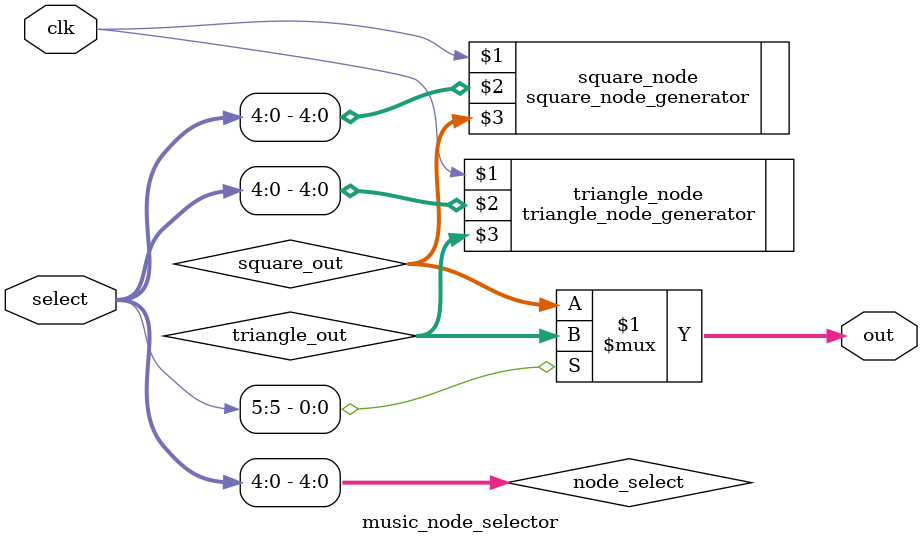
<source format=v>
`timescale 1ns / 1ps


module music_node_selector(
    input clk,
    input [5:0] select,
    output [11:0] out
    );
    
    wire [4:0] node_select;
    wire [11:0] square_out;
    wire [11:0] triangle_out;
    
    assign node_select = { select[4], select[3], select[2], select[1], select[0] };
    
    square_node_generator square_node(clk, node_select, square_out);
    triangle_node_generator triangle_node(clk, node_select, triangle_out);
    
    assign out = select[5] ? triangle_out : square_out;
endmodule

</source>
